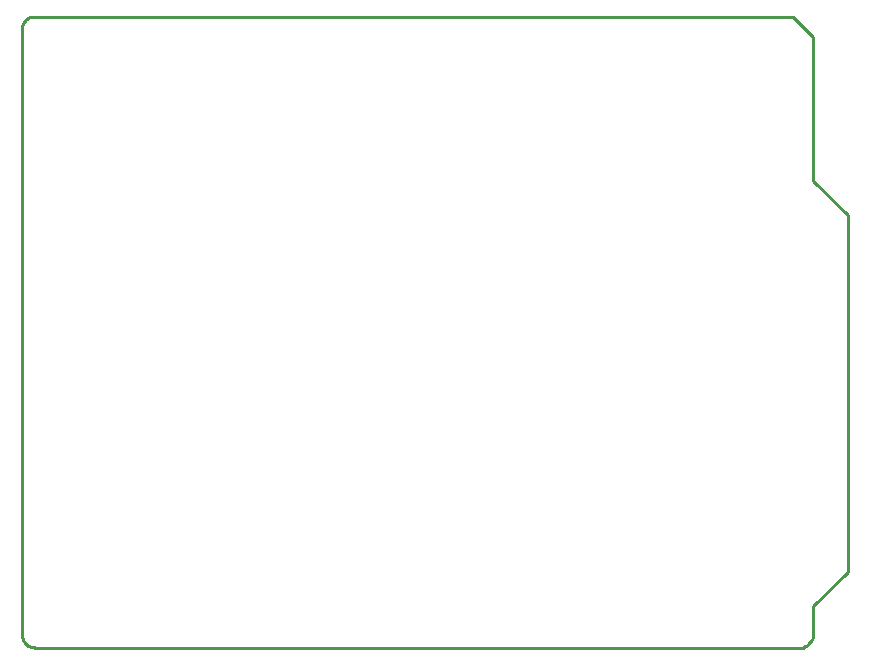
<source format=gko>
%FSTAX24Y24*%
%MOIN*%
%SFA1B1*%

%IPPOS*%
%ADD33C,0.010000*%
%LNvapeixshield-1*%
%LPD*%
G54D33*
X000429Y021067D02*
D01*
X000402Y021067*
X000376Y021066*
X000349Y021062*
X000324Y021057*
X000298Y021051*
X000273Y021042*
X000249Y021032*
X000225Y02102*
X000202Y021006*
X000181Y020991*
X00016Y020974*
X000141Y020956*
X000123Y020937*
X000106Y020916*
X000091Y020895*
X000078Y020872*
X000066Y020849*
X000055Y020824*
X000047Y020799*
X00004Y020774*
X000035Y020748*
X000031Y020722*
X000032Y020719*
X000033Y000452D02*
D01*
X000032Y000425*
X000033Y000399*
X000037Y000372*
X000042Y000347*
X000048Y000321*
X000057Y000296*
X000067Y000272*
X000079Y000248*
X000093Y000225*
X000108Y000204*
X000125Y000183*
X000143Y000164*
X000162Y000146*
X000183Y000129*
X000204Y000114*
X000227Y000101*
X00025Y000089*
X000275Y000078*
X0003Y00007*
X000317Y000066*
X000418Y000044D02*
D01*
X000446Y000039*
X000475Y000036*
X000504Y000035*
X000529Y000037*
X000318Y000064D02*
D01*
X000337Y000057*
X000356Y000051*
X000376Y000047*
X000396Y000045*
X000416Y000043*
X000418Y000044*
X02606Y000037D02*
D01*
X026099Y000055*
X026136Y000076*
X026173Y0001*
X026207Y000126*
X02624Y000155*
X02627Y000185*
X026298Y000218*
X026324Y000253*
X026348Y000289*
X026369Y000327*
X026387Y000367*
X026399Y000398*
X02755Y002561D02*
Y014454D01*
X0264Y015604D02*
X02755Y014454D01*
X0264Y015604D02*
Y0204D01*
X000529Y000037D02*
X02606D01*
X000032Y000436D02*
Y020719D01*
X000429Y021067D02*
X025733D01*
X025734Y021066D02*
X0264Y0204D01*
X026399Y00141D02*
X02755Y002561D01*
X026399Y000398D02*
Y00141D01*
M02*
</source>
